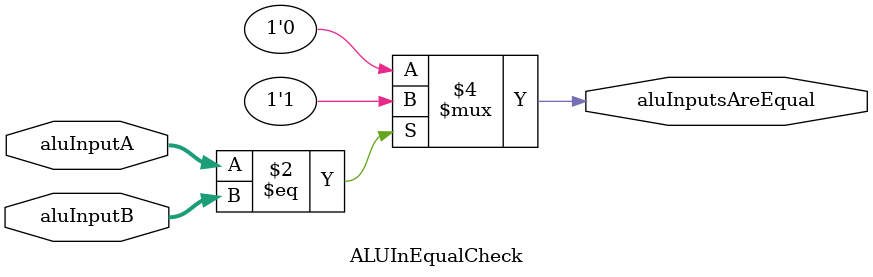
<source format=v>
`timescale 1ns / 1ps


module ALUInEqualCheck(
    // Input
    input [31:0] aluInputA,
    input [31:0] aluInputB,
    // Output
    output reg aluInputsAreEqual
    );

    always @(*) begin
        // Signal is high if inputs are equal
        if (aluInputA == aluInputB) aluInputsAreEqual = 1;
        else aluInputsAreEqual = 0;
    end
endmodule

</source>
